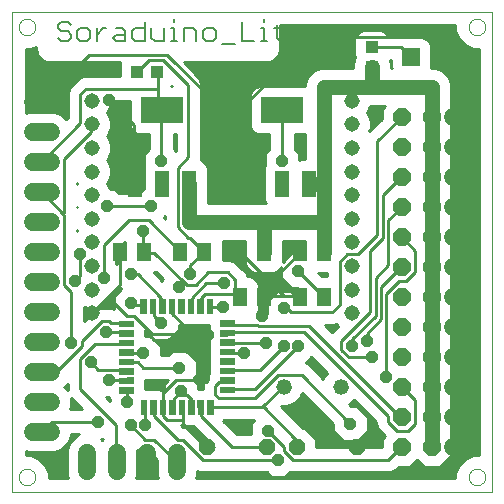
<source format=gtl>
G75*
G70*
%OFA0B0*%
%FSLAX24Y24*%
%IPPOS*%
%LPD*%
%AMOC8*
5,1,8,0,0,1.08239X$1,22.5*
%
%ADD10C,0.0000*%
%ADD11C,0.0060*%
%ADD12R,0.0500X0.0220*%
%ADD13R,0.0220X0.0500*%
%ADD14C,0.0520*%
%ADD15OC8,0.0520*%
%ADD16C,0.0515*%
%ADD17R,0.0480X0.0880*%
%ADD18R,0.1417X0.0866*%
%ADD19R,0.0512X0.0630*%
%ADD20C,0.0600*%
%ADD21R,0.0394X0.0433*%
%ADD22R,0.0433X0.0394*%
%ADD23R,0.0591X0.0591*%
%ADD24OC8,0.0600*%
%ADD25C,0.0100*%
%ADD26OC8,0.0400*%
%ADD27C,0.0500*%
D10*
X000417Y000150D02*
X000417Y016150D01*
X016417Y016150D01*
X016417Y000150D01*
X000417Y000150D01*
X000641Y000650D02*
X000643Y000683D01*
X000649Y000715D01*
X000658Y000746D01*
X000671Y000776D01*
X000688Y000804D01*
X000708Y000830D01*
X000731Y000854D01*
X000756Y000874D01*
X000784Y000892D01*
X000813Y000906D01*
X000844Y000916D01*
X000876Y000923D01*
X000909Y000926D01*
X000942Y000925D01*
X000974Y000920D01*
X001005Y000911D01*
X001036Y000899D01*
X001064Y000883D01*
X001091Y000864D01*
X001115Y000842D01*
X001136Y000817D01*
X001155Y000790D01*
X001170Y000761D01*
X001181Y000731D01*
X001189Y000699D01*
X001193Y000666D01*
X001193Y000634D01*
X001189Y000601D01*
X001181Y000569D01*
X001170Y000539D01*
X001155Y000510D01*
X001136Y000483D01*
X001115Y000458D01*
X001091Y000436D01*
X001064Y000417D01*
X001036Y000401D01*
X001005Y000389D01*
X000974Y000380D01*
X000942Y000375D01*
X000909Y000374D01*
X000876Y000377D01*
X000844Y000384D01*
X000813Y000394D01*
X000784Y000408D01*
X000756Y000426D01*
X000731Y000446D01*
X000708Y000470D01*
X000688Y000496D01*
X000671Y000524D01*
X000658Y000554D01*
X000649Y000585D01*
X000643Y000617D01*
X000641Y000650D01*
X015641Y000650D02*
X015643Y000683D01*
X015649Y000715D01*
X015658Y000746D01*
X015671Y000776D01*
X015688Y000804D01*
X015708Y000830D01*
X015731Y000854D01*
X015756Y000874D01*
X015784Y000892D01*
X015813Y000906D01*
X015844Y000916D01*
X015876Y000923D01*
X015909Y000926D01*
X015942Y000925D01*
X015974Y000920D01*
X016005Y000911D01*
X016036Y000899D01*
X016064Y000883D01*
X016091Y000864D01*
X016115Y000842D01*
X016136Y000817D01*
X016155Y000790D01*
X016170Y000761D01*
X016181Y000731D01*
X016189Y000699D01*
X016193Y000666D01*
X016193Y000634D01*
X016189Y000601D01*
X016181Y000569D01*
X016170Y000539D01*
X016155Y000510D01*
X016136Y000483D01*
X016115Y000458D01*
X016091Y000436D01*
X016064Y000417D01*
X016036Y000401D01*
X016005Y000389D01*
X015974Y000380D01*
X015942Y000375D01*
X015909Y000374D01*
X015876Y000377D01*
X015844Y000384D01*
X015813Y000394D01*
X015784Y000408D01*
X015756Y000426D01*
X015731Y000446D01*
X015708Y000470D01*
X015688Y000496D01*
X015671Y000524D01*
X015658Y000554D01*
X015649Y000585D01*
X015643Y000617D01*
X015641Y000650D01*
X015641Y015650D02*
X015643Y015683D01*
X015649Y015715D01*
X015658Y015746D01*
X015671Y015776D01*
X015688Y015804D01*
X015708Y015830D01*
X015731Y015854D01*
X015756Y015874D01*
X015784Y015892D01*
X015813Y015906D01*
X015844Y015916D01*
X015876Y015923D01*
X015909Y015926D01*
X015942Y015925D01*
X015974Y015920D01*
X016005Y015911D01*
X016036Y015899D01*
X016064Y015883D01*
X016091Y015864D01*
X016115Y015842D01*
X016136Y015817D01*
X016155Y015790D01*
X016170Y015761D01*
X016181Y015731D01*
X016189Y015699D01*
X016193Y015666D01*
X016193Y015634D01*
X016189Y015601D01*
X016181Y015569D01*
X016170Y015539D01*
X016155Y015510D01*
X016136Y015483D01*
X016115Y015458D01*
X016091Y015436D01*
X016064Y015417D01*
X016036Y015401D01*
X016005Y015389D01*
X015974Y015380D01*
X015942Y015375D01*
X015909Y015374D01*
X015876Y015377D01*
X015844Y015384D01*
X015813Y015394D01*
X015784Y015408D01*
X015756Y015426D01*
X015731Y015446D01*
X015708Y015470D01*
X015688Y015496D01*
X015671Y015524D01*
X015658Y015554D01*
X015649Y015585D01*
X015643Y015617D01*
X015641Y015650D01*
X000641Y015650D02*
X000643Y015683D01*
X000649Y015715D01*
X000658Y015746D01*
X000671Y015776D01*
X000688Y015804D01*
X000708Y015830D01*
X000731Y015854D01*
X000756Y015874D01*
X000784Y015892D01*
X000813Y015906D01*
X000844Y015916D01*
X000876Y015923D01*
X000909Y015926D01*
X000942Y015925D01*
X000974Y015920D01*
X001005Y015911D01*
X001036Y015899D01*
X001064Y015883D01*
X001091Y015864D01*
X001115Y015842D01*
X001136Y015817D01*
X001155Y015790D01*
X001170Y015761D01*
X001181Y015731D01*
X001189Y015699D01*
X001193Y015666D01*
X001193Y015634D01*
X001189Y015601D01*
X001181Y015569D01*
X001170Y015539D01*
X001155Y015510D01*
X001136Y015483D01*
X001115Y015458D01*
X001091Y015436D01*
X001064Y015417D01*
X001036Y015401D01*
X001005Y015389D01*
X000974Y015380D01*
X000942Y015375D01*
X000909Y015374D01*
X000876Y015377D01*
X000844Y015384D01*
X000813Y015394D01*
X000784Y015408D01*
X000756Y015426D01*
X000731Y015446D01*
X000708Y015470D01*
X000688Y015496D01*
X000671Y015524D01*
X000658Y015554D01*
X000649Y015585D01*
X000643Y015617D01*
X000641Y015650D01*
D11*
X001947Y015607D02*
X002053Y015500D01*
X002267Y015500D01*
X002374Y015394D01*
X002374Y015287D01*
X002267Y015180D01*
X002053Y015180D01*
X001947Y015287D01*
X001947Y015607D02*
X001947Y015714D01*
X002053Y015821D01*
X002267Y015821D01*
X002374Y015714D01*
X002591Y015500D02*
X002591Y015287D01*
X002698Y015180D01*
X002911Y015180D01*
X003018Y015287D01*
X003018Y015500D01*
X002911Y015607D01*
X002698Y015607D01*
X002591Y015500D01*
X003236Y015394D02*
X003449Y015607D01*
X003556Y015607D01*
X003236Y015607D02*
X003236Y015180D01*
X003773Y015287D02*
X003880Y015394D01*
X004200Y015394D01*
X004200Y015500D02*
X004200Y015180D01*
X003880Y015180D01*
X003773Y015287D01*
X003880Y015607D02*
X004093Y015607D01*
X004200Y015500D01*
X004417Y015500D02*
X004417Y015287D01*
X004524Y015180D01*
X004844Y015180D01*
X004844Y015821D01*
X004844Y015607D02*
X004524Y015607D01*
X004417Y015500D01*
X005062Y015607D02*
X005062Y015287D01*
X005169Y015180D01*
X005489Y015180D01*
X005489Y015607D01*
X005707Y015607D02*
X005813Y015607D01*
X005813Y015180D01*
X005707Y015180D02*
X005920Y015180D01*
X006136Y015180D02*
X006136Y015607D01*
X006457Y015607D01*
X006563Y015500D01*
X006563Y015180D01*
X006781Y015287D02*
X006781Y015500D01*
X006888Y015607D01*
X007101Y015607D01*
X007208Y015500D01*
X007208Y015287D01*
X007101Y015180D01*
X006888Y015180D01*
X006781Y015287D01*
X007425Y015073D02*
X007852Y015073D01*
X008070Y015180D02*
X008497Y015180D01*
X008714Y015180D02*
X008928Y015180D01*
X008821Y015180D02*
X008821Y015607D01*
X008714Y015607D01*
X008821Y015821D02*
X008821Y015927D01*
X009144Y015607D02*
X009358Y015607D01*
X009251Y015714D02*
X009251Y015287D01*
X009358Y015180D01*
X009574Y015287D02*
X009574Y015500D01*
X009681Y015607D01*
X009894Y015607D01*
X010001Y015500D01*
X010001Y015394D01*
X009574Y015394D01*
X009574Y015287D02*
X009681Y015180D01*
X009894Y015180D01*
X008070Y015180D02*
X008070Y015821D01*
X005813Y015821D02*
X005813Y015927D01*
D12*
G36*
X005862Y006589D02*
X005863Y006090D01*
X005644Y006089D01*
X005643Y006588D01*
X005862Y006589D01*
G37*
G36*
X006177Y006591D02*
X006178Y006092D01*
X005959Y006091D01*
X005958Y006590D01*
X006177Y006591D01*
G37*
G36*
X006492Y006592D02*
X006493Y006093D01*
X006274Y006092D01*
X006273Y006591D01*
X006492Y006592D01*
G37*
G36*
X006807Y006593D02*
X006808Y006094D01*
X006589Y006093D01*
X006588Y006592D01*
X006807Y006593D01*
G37*
G36*
X007122Y006594D02*
X007123Y006095D01*
X006904Y006094D01*
X006903Y006593D01*
X007122Y006594D01*
G37*
G36*
X005547Y006588D02*
X005548Y006089D01*
X005329Y006088D01*
X005328Y006587D01*
X005547Y006588D01*
G37*
G36*
X005232Y006587D02*
X005233Y006088D01*
X005014Y006087D01*
X005013Y006586D01*
X005232Y006587D01*
G37*
G36*
X004917Y006586D02*
X004918Y006087D01*
X004699Y006086D01*
X004698Y006585D01*
X004917Y006586D01*
G37*
G36*
X004929Y003206D02*
X004930Y002707D01*
X004711Y002706D01*
X004710Y003205D01*
X004929Y003206D01*
G37*
G36*
X005244Y003207D02*
X005245Y002708D01*
X005026Y002707D01*
X005025Y003206D01*
X005244Y003207D01*
G37*
G36*
X005559Y003208D02*
X005560Y002709D01*
X005341Y002708D01*
X005340Y003207D01*
X005559Y003208D01*
G37*
G36*
X005874Y003209D02*
X005875Y002710D01*
X005656Y002709D01*
X005655Y003208D01*
X005874Y003209D01*
G37*
G36*
X006189Y003211D02*
X006190Y002712D01*
X005971Y002711D01*
X005970Y003210D01*
X006189Y003211D01*
G37*
G36*
X006504Y003212D02*
X006505Y002713D01*
X006286Y002712D01*
X006285Y003211D01*
X006504Y003212D01*
G37*
G36*
X006819Y003213D02*
X006820Y002714D01*
X006601Y002713D01*
X006600Y003212D01*
X006819Y003213D01*
G37*
G36*
X007134Y003214D02*
X007135Y002715D01*
X006916Y002714D01*
X006915Y003213D01*
X007134Y003214D01*
G37*
D13*
G36*
X007860Y003664D02*
X007861Y003445D01*
X007362Y003444D01*
X007361Y003663D01*
X007860Y003664D01*
G37*
G36*
X007858Y003979D02*
X007859Y003760D01*
X007360Y003759D01*
X007359Y003978D01*
X007858Y003979D01*
G37*
G36*
X007857Y004293D02*
X007858Y004074D01*
X007359Y004073D01*
X007358Y004292D01*
X007857Y004293D01*
G37*
G36*
X007856Y004608D02*
X007857Y004389D01*
X007358Y004388D01*
X007357Y004607D01*
X007856Y004608D01*
G37*
G36*
X007855Y004923D02*
X007856Y004704D01*
X007357Y004703D01*
X007356Y004922D01*
X007855Y004923D01*
G37*
G36*
X007854Y005238D02*
X007855Y005019D01*
X007356Y005018D01*
X007355Y005237D01*
X007854Y005238D01*
G37*
G36*
X007853Y005553D02*
X007854Y005334D01*
X007355Y005333D01*
X007354Y005552D01*
X007853Y005553D01*
G37*
G36*
X007852Y005868D02*
X007853Y005649D01*
X007354Y005648D01*
X007353Y005867D01*
X007852Y005868D01*
G37*
G36*
X004472Y005856D02*
X004473Y005637D01*
X003974Y005636D01*
X003973Y005855D01*
X004472Y005856D01*
G37*
G36*
X004473Y005541D02*
X004474Y005322D01*
X003975Y005321D01*
X003974Y005540D01*
X004473Y005541D01*
G37*
G36*
X004474Y005227D02*
X004475Y005008D01*
X003976Y005007D01*
X003975Y005226D01*
X004474Y005227D01*
G37*
G36*
X004475Y004912D02*
X004476Y004693D01*
X003977Y004692D01*
X003976Y004911D01*
X004475Y004912D01*
G37*
G36*
X004476Y004597D02*
X004477Y004378D01*
X003978Y004377D01*
X003977Y004596D01*
X004476Y004597D01*
G37*
G36*
X004477Y004282D02*
X004478Y004063D01*
X003979Y004062D01*
X003978Y004281D01*
X004477Y004282D01*
G37*
G36*
X004478Y003967D02*
X004479Y003748D01*
X003980Y003747D01*
X003979Y003966D01*
X004478Y003967D01*
G37*
G36*
X004480Y003652D02*
X004481Y003433D01*
X003982Y003432D01*
X003981Y003651D01*
X004480Y003652D01*
G37*
D14*
X009467Y003650D03*
X011367Y003650D03*
D15*
X011917Y001650D03*
X009917Y001650D03*
X008917Y001650D03*
X006917Y001650D03*
D16*
X003086Y006107D03*
X003086Y006894D03*
X003086Y007681D03*
X003086Y008469D03*
X003086Y009256D03*
X003086Y010044D03*
X003086Y010831D03*
X003086Y011619D03*
X003086Y012406D03*
X003086Y013193D03*
X011747Y013193D03*
X011747Y012406D03*
X011747Y011619D03*
X011747Y010831D03*
X011747Y010044D03*
X011747Y009256D03*
X011747Y008469D03*
X011747Y007681D03*
X011747Y006894D03*
X011747Y006107D03*
D17*
X010327Y010430D03*
X009417Y010430D03*
X008507Y010430D03*
X006327Y010430D03*
X005417Y010430D03*
X004507Y010430D03*
D18*
X005417Y012870D03*
X009417Y012870D03*
D19*
X010023Y008150D03*
X010810Y008150D03*
X010810Y006650D03*
X010023Y006650D03*
X008810Y006650D03*
X008023Y006650D03*
X008023Y008150D03*
X008810Y008150D03*
X006810Y008150D03*
X006023Y008150D03*
X004810Y008150D03*
X004023Y008150D03*
D20*
X001717Y008150D02*
X001117Y008150D01*
X001117Y009150D02*
X001717Y009150D01*
X001717Y010150D02*
X001117Y010150D01*
X001117Y011150D02*
X001717Y011150D01*
X001717Y012150D02*
X001117Y012150D01*
X001117Y013150D02*
X001717Y013150D01*
X001717Y007150D02*
X001117Y007150D01*
X001117Y006150D02*
X001717Y006150D01*
X001717Y005150D02*
X001117Y005150D01*
X001117Y004150D02*
X001717Y004150D01*
X001717Y003150D02*
X001117Y003150D01*
X001117Y002150D02*
X001717Y002150D01*
X002917Y001450D02*
X002917Y000850D01*
X003917Y000850D02*
X003917Y001450D01*
X004917Y001450D02*
X004917Y000850D01*
X005917Y000850D02*
X005917Y001450D01*
X015117Y001650D02*
X015717Y001650D01*
X015717Y002650D02*
X015117Y002650D01*
X015117Y003650D02*
X015717Y003650D01*
X015717Y004650D02*
X015117Y004650D01*
X015117Y005650D02*
X015717Y005650D01*
X015717Y006650D02*
X015117Y006650D01*
X015117Y007650D02*
X015717Y007650D01*
X015717Y008650D02*
X015117Y008650D01*
X015117Y009650D02*
X015717Y009650D01*
X015717Y010650D02*
X015117Y010650D01*
X015117Y011650D02*
X015717Y011650D01*
X015717Y012650D02*
X015117Y012650D01*
D21*
X005251Y014150D03*
X004582Y014150D03*
D22*
X012417Y014315D03*
X012417Y014985D03*
D23*
X013728Y014650D03*
X015106Y014650D03*
D24*
X014417Y012650D03*
X014417Y011650D03*
X014417Y010650D03*
X014417Y009650D03*
X014417Y008650D03*
X013417Y008650D03*
X013417Y009650D03*
X013417Y010650D03*
X013417Y011650D03*
X013417Y012650D03*
X013417Y007650D03*
X014417Y007650D03*
X014417Y006650D03*
X014417Y005650D03*
X014417Y004650D03*
X014417Y003650D03*
X014417Y002650D03*
X014417Y001650D03*
X013417Y001650D03*
X013417Y002650D03*
X013417Y003650D03*
X013417Y004650D03*
X013417Y005650D03*
X013417Y006650D03*
D25*
X013317Y007170D02*
X013557Y007170D01*
X013857Y007470D01*
X013857Y008190D01*
X013437Y008610D01*
X013417Y008650D01*
X012957Y009210D02*
X013377Y009630D01*
X013417Y009650D01*
X012957Y009210D02*
X012957Y007710D01*
X012537Y007290D01*
X012537Y006030D01*
X011757Y005250D01*
X011757Y005010D01*
X011397Y004890D02*
X011637Y004650D01*
X012417Y004650D01*
X012237Y005190D02*
X012237Y005430D01*
X012717Y005910D01*
X012717Y006990D01*
X013377Y007650D01*
X013417Y007650D01*
X013317Y007170D02*
X012897Y006750D01*
X012897Y003990D01*
X013417Y003650D02*
X013857Y003210D01*
X013857Y002430D01*
X013617Y002190D01*
X013257Y002190D01*
X012957Y002490D01*
X012957Y002670D01*
X010137Y005490D01*
X007617Y005490D01*
X007604Y005443D01*
X007617Y005730D02*
X007603Y005758D01*
X007617Y005730D02*
X008577Y005730D01*
X008637Y005670D01*
X010317Y005670D01*
X013377Y002610D01*
X013417Y002650D01*
X012831Y002022D02*
X012094Y002022D01*
X012193Y002120D02*
X012733Y002120D01*
X012634Y002219D02*
X012267Y002219D01*
X012267Y002194D02*
X012267Y002666D01*
X011933Y003000D01*
X011721Y003000D01*
X011640Y003081D01*
X011724Y003116D01*
X011820Y003213D01*
X012537Y002496D01*
X012537Y002406D01*
X012601Y002252D01*
X012836Y002017D01*
X012747Y001928D01*
X012747Y001650D01*
X010547Y001650D01*
X010547Y001911D01*
X010178Y002280D01*
X010101Y002280D01*
X009381Y003000D01*
X009401Y003020D01*
X009592Y003020D01*
X009824Y003116D01*
X010001Y003293D01*
X010071Y003462D01*
X011127Y002406D01*
X011127Y002194D01*
X011461Y001860D01*
X011933Y001860D01*
X012267Y002194D01*
X012267Y002317D02*
X012574Y002317D01*
X012537Y002416D02*
X012267Y002416D01*
X012267Y002514D02*
X012519Y002514D01*
X012420Y002613D02*
X012267Y002613D01*
X012222Y002711D02*
X012322Y002711D01*
X012223Y002810D02*
X012123Y002810D01*
X012125Y002908D02*
X012025Y002908D01*
X012026Y003007D02*
X011714Y003007D01*
X011697Y003105D02*
X011928Y003105D01*
X011829Y003204D02*
X011811Y003204D01*
X011697Y002430D02*
X010077Y004050D01*
X009297Y004050D01*
X008517Y003270D01*
X007317Y003270D01*
X007197Y003390D01*
X007197Y003690D01*
X007317Y003810D01*
X007557Y003810D01*
X007609Y003869D01*
X007617Y003570D02*
X007611Y003554D01*
X007617Y003570D02*
X008517Y003570D01*
X009957Y005010D01*
X010335Y004583D02*
X010450Y004583D01*
X010393Y004640D02*
X010929Y004103D01*
X010833Y004007D01*
X010798Y003923D01*
X010315Y004406D01*
X010204Y004452D01*
X010393Y004640D01*
X010237Y004484D02*
X010549Y004484D01*
X010647Y004386D02*
X010335Y004386D01*
X010434Y004287D02*
X010746Y004287D01*
X010844Y004189D02*
X010532Y004189D01*
X010631Y004090D02*
X010916Y004090D01*
X010826Y003992D02*
X010729Y003992D01*
X010132Y003401D02*
X010045Y003401D01*
X010004Y003302D02*
X010231Y003302D01*
X010329Y003204D02*
X009911Y003204D01*
X009797Y003105D02*
X010428Y003105D01*
X010526Y003007D02*
X009387Y003007D01*
X009473Y002908D02*
X010625Y002908D01*
X010723Y002810D02*
X009571Y002810D01*
X009670Y002711D02*
X010822Y002711D01*
X010920Y002613D02*
X009768Y002613D01*
X009867Y002514D02*
X011019Y002514D01*
X011117Y002416D02*
X009965Y002416D01*
X010064Y002317D02*
X011127Y002317D01*
X011127Y002219D02*
X010239Y002219D01*
X010338Y002120D02*
X011201Y002120D01*
X011299Y002022D02*
X010436Y002022D01*
X010535Y001923D02*
X011398Y001923D01*
X011996Y001923D02*
X012747Y001923D01*
X012747Y001825D02*
X010547Y001825D01*
X010547Y001726D02*
X012747Y001726D01*
X012957Y001230D02*
X013377Y001650D01*
X013417Y001650D01*
X012957Y001230D02*
X009777Y001230D01*
X009477Y001530D01*
X009477Y001650D01*
X008937Y002190D01*
X008491Y002550D02*
X008367Y002426D01*
X008367Y002070D01*
X007911Y002070D01*
X007457Y002523D01*
X007468Y002550D01*
X008491Y002550D01*
X008455Y002514D02*
X007467Y002514D01*
X007565Y002416D02*
X008367Y002416D01*
X008367Y002317D02*
X007664Y002317D01*
X007762Y002219D02*
X008367Y002219D01*
X008367Y002120D02*
X007861Y002120D01*
X007737Y001650D02*
X008917Y001650D01*
X009297Y001230D02*
X006777Y001230D01*
X006117Y001890D01*
X005937Y001890D01*
X005157Y002670D01*
X005157Y002910D01*
X005135Y002957D01*
X004857Y002910D02*
X004820Y002956D01*
X004857Y002910D02*
X004857Y002370D01*
X004857Y001890D02*
X005157Y001890D01*
X005877Y001170D01*
X005917Y001150D01*
X005247Y001135D02*
X004587Y001135D01*
X004587Y001037D02*
X005247Y001037D01*
X005247Y000938D02*
X004587Y000938D01*
X004587Y000840D02*
X005247Y000840D01*
X005247Y000741D02*
X004587Y000741D01*
X004587Y000717D02*
X004587Y001566D01*
X004619Y001534D01*
X004773Y001470D01*
X004983Y001470D01*
X005247Y001206D01*
X005247Y000717D01*
X005295Y000600D01*
X004538Y000600D01*
X004587Y000717D01*
X004556Y000643D02*
X005277Y000643D01*
X005219Y001234D02*
X004587Y001234D01*
X004587Y001332D02*
X005121Y001332D01*
X005022Y001431D02*
X004587Y001431D01*
X004587Y001529D02*
X004631Y001529D01*
X004857Y001890D02*
X004377Y002370D01*
X003897Y002370D02*
X003897Y001170D01*
X003917Y001150D01*
X003417Y001898D02*
X003439Y001920D01*
X003394Y001920D01*
X003417Y001898D01*
X003897Y002370D02*
X002697Y003570D01*
X002697Y004590D01*
X003177Y005070D01*
X004197Y005070D01*
X004225Y005117D01*
X004224Y005431D02*
X004197Y005490D01*
X003537Y005490D01*
X003717Y005790D02*
X003657Y005850D01*
X003417Y005850D01*
X002757Y005190D01*
X002757Y005010D01*
X001917Y004170D01*
X001437Y004170D01*
X001417Y004150D01*
X002164Y003650D02*
X002277Y003538D01*
X002277Y003762D01*
X002164Y003650D01*
X002210Y003696D02*
X002277Y003696D01*
X002277Y003598D02*
X002217Y003598D01*
X002385Y003288D02*
X002763Y002910D01*
X002342Y002910D01*
X002387Y003017D01*
X002387Y003283D01*
X002385Y003288D01*
X002387Y003204D02*
X002469Y003204D01*
X002387Y003105D02*
X002568Y003105D01*
X002666Y003007D02*
X002382Y003007D01*
X001737Y002490D02*
X001437Y002190D01*
X001417Y002150D01*
X001737Y002490D02*
X003297Y002490D01*
X002663Y002070D02*
X002537Y002018D01*
X002349Y001830D01*
X002247Y001583D01*
X002247Y000717D01*
X002295Y000600D01*
X001642Y000600D01*
X001642Y000794D01*
X001532Y001061D01*
X001328Y001265D01*
X001061Y001376D01*
X000867Y001376D01*
X000867Y001528D01*
X000983Y001480D01*
X001850Y001480D01*
X002096Y001582D01*
X002285Y001770D01*
X002387Y002017D01*
X002387Y002070D01*
X002663Y002070D01*
X002546Y002022D02*
X002387Y002022D01*
X002348Y001923D02*
X002442Y001923D01*
X002347Y001825D02*
X002307Y001825D01*
X002306Y001726D02*
X002240Y001726D01*
X002265Y001628D02*
X002142Y001628D01*
X002247Y001529D02*
X001968Y001529D01*
X002247Y001431D02*
X000867Y001431D01*
X001166Y001332D02*
X002247Y001332D01*
X002247Y001234D02*
X001359Y001234D01*
X001458Y001135D02*
X002247Y001135D01*
X002247Y001037D02*
X001542Y001037D01*
X001583Y000938D02*
X002247Y000938D01*
X002247Y000840D02*
X001624Y000840D01*
X001642Y000741D02*
X002247Y000741D01*
X002277Y000643D02*
X001642Y000643D01*
X003687Y003174D02*
X003561Y003300D01*
X003635Y003300D01*
X003668Y003220D01*
X003687Y003202D01*
X003687Y003174D01*
X003685Y003204D02*
X003657Y003204D01*
X004257Y003150D02*
X004257Y003510D01*
X004231Y003542D01*
X004229Y003857D02*
X004197Y003870D01*
X003657Y003870D01*
X003297Y004230D02*
X003057Y004470D01*
X003297Y004230D02*
X004197Y004230D01*
X004228Y004172D01*
X004257Y004470D02*
X004227Y004487D01*
X004257Y004470D02*
X004617Y004470D01*
X004797Y004290D01*
X005997Y004290D01*
X005611Y004710D02*
X005367Y004710D01*
X005367Y005006D01*
X005033Y005340D01*
X004844Y005340D01*
X004844Y005537D01*
X005161Y005220D01*
X005633Y005220D01*
X005967Y005554D01*
X005967Y005720D01*
X006254Y005721D01*
X006517Y005722D01*
X006884Y005723D01*
X006983Y005724D01*
X006983Y005625D01*
X006985Y005258D01*
X006985Y004995D01*
X006987Y004628D01*
X006988Y004313D01*
X006989Y004076D01*
X006959Y004046D01*
X006959Y004046D01*
X006841Y003928D01*
X006777Y003774D01*
X006777Y003583D01*
X006638Y003583D01*
X006627Y003594D01*
X006627Y003746D01*
X006443Y003930D01*
X006567Y004054D01*
X006567Y004526D01*
X006233Y004860D01*
X005761Y004860D01*
X005611Y004710D01*
X005680Y004780D02*
X005367Y004780D01*
X005367Y004878D02*
X006986Y004878D01*
X006986Y004780D02*
X006313Y004780D01*
X006412Y004681D02*
X006987Y004681D01*
X006987Y004628D02*
X006987Y004628D01*
X006987Y004583D02*
X006510Y004583D01*
X006567Y004484D02*
X006987Y004484D01*
X006988Y004386D02*
X006567Y004386D01*
X006567Y004287D02*
X006988Y004287D01*
X006988Y004313D02*
X006988Y004313D01*
X006988Y004189D02*
X006567Y004189D01*
X006567Y004090D02*
X006989Y004090D01*
X006904Y003992D02*
X006504Y003992D01*
X006480Y003893D02*
X006826Y003893D01*
X006785Y003795D02*
X006578Y003795D01*
X006597Y003810D02*
X006897Y003810D01*
X006957Y003870D01*
X006957Y005370D01*
X006897Y005490D01*
X006597Y005490D01*
X006537Y005430D01*
X005097Y005430D01*
X004497Y006030D01*
X004257Y006030D01*
X003627Y006660D01*
X004017Y007050D01*
X004017Y008130D01*
X004023Y008150D01*
X003928Y008227D02*
X004184Y008227D01*
X004184Y008129D02*
X003897Y008129D01*
X003897Y008196D02*
X003897Y007736D01*
X004141Y007980D01*
X004184Y007980D01*
X004184Y008484D01*
X003897Y008196D01*
X003897Y008030D02*
X004184Y008030D01*
X004092Y007932D02*
X003897Y007932D01*
X003897Y007833D02*
X003994Y007833D01*
X004026Y008326D02*
X004184Y008326D01*
X004184Y008424D02*
X004125Y008424D01*
X003477Y008370D02*
X003477Y007290D01*
X003841Y006848D02*
X003969Y006848D01*
X003939Y006947D02*
X004034Y006947D01*
X004051Y006930D02*
X003987Y006994D01*
X003713Y006720D01*
X003693Y006720D01*
X003618Y006539D01*
X003441Y006362D01*
X003211Y006267D01*
X002961Y006267D01*
X002817Y006326D01*
X002817Y005844D01*
X003179Y006206D01*
X003333Y006270D01*
X003740Y006270D01*
X003807Y006242D01*
X003807Y006686D01*
X004051Y006930D01*
X003870Y006750D02*
X003742Y006750D01*
X003807Y006651D02*
X003664Y006651D01*
X003627Y006660D02*
X003117Y006150D01*
X003086Y006107D01*
X003131Y006159D02*
X002817Y006159D01*
X002817Y006257D02*
X003302Y006257D01*
X003425Y006356D02*
X003807Y006356D01*
X003807Y006454D02*
X003533Y006454D01*
X003624Y006553D02*
X003807Y006553D01*
X003807Y006257D02*
X003772Y006257D01*
X003717Y005790D02*
X004197Y005790D01*
X004223Y005746D01*
X004844Y005469D02*
X004912Y005469D01*
X004844Y005371D02*
X005010Y005371D01*
X005101Y005272D02*
X005109Y005272D01*
X005199Y005174D02*
X006985Y005174D01*
X006985Y005258D02*
X006985Y005258D01*
X006985Y005272D02*
X005685Y005272D01*
X005783Y005371D02*
X006984Y005371D01*
X006957Y005370D02*
X006957Y005490D01*
X006837Y005610D01*
X006237Y005610D01*
X005757Y006090D01*
X005757Y006330D01*
X005753Y006339D01*
X005438Y006338D02*
X005397Y006390D01*
X005397Y006630D01*
X004617Y007410D01*
X004377Y007410D01*
X004810Y008150D02*
X004857Y008130D01*
X005157Y008130D01*
X006147Y007140D01*
X005997Y006990D01*
X006147Y007140D02*
X006237Y007050D01*
X006537Y007050D01*
X006957Y007470D01*
X007617Y007470D01*
X007857Y007230D01*
X007857Y006750D01*
X008023Y006650D01*
X007977Y006690D01*
X007917Y006750D01*
X007857Y006750D01*
X006837Y006750D01*
X006717Y006630D01*
X006717Y006390D01*
X006698Y006343D01*
X006417Y006390D02*
X006383Y006342D01*
X006417Y006390D02*
X006417Y006630D01*
X006897Y007110D01*
X007497Y007110D01*
X008045Y007636D02*
X008236Y007636D01*
X008241Y007625D02*
X008345Y007521D01*
X008481Y007465D01*
X009140Y007465D01*
X009276Y007521D01*
X009380Y007625D01*
X009387Y007642D01*
X009387Y007294D01*
X009721Y006960D01*
X009933Y006960D01*
X010184Y006708D01*
X010184Y006570D01*
X009983Y006570D01*
X009713Y006840D01*
X009241Y006840D01*
X008907Y006506D01*
X008907Y006090D01*
X008805Y006090D01*
X008660Y006150D01*
X008603Y006150D01*
X008649Y006261D01*
X008649Y007039D01*
X008593Y007175D01*
X008488Y007279D01*
X008352Y007335D01*
X008268Y007335D01*
X008213Y007468D01*
X008095Y007586D01*
X007855Y007826D01*
X007700Y007890D01*
X007436Y007890D01*
X007436Y008530D01*
X008184Y008530D01*
X008184Y007761D01*
X008241Y007625D01*
X008196Y007735D02*
X007946Y007735D01*
X007838Y007833D02*
X008184Y007833D01*
X008184Y007932D02*
X007436Y007932D01*
X007436Y008030D02*
X008184Y008030D01*
X008184Y008129D02*
X007436Y008129D01*
X007436Y008227D02*
X008184Y008227D01*
X008184Y008326D02*
X007436Y008326D01*
X007436Y008424D02*
X008184Y008424D01*
X008184Y008523D02*
X007436Y008523D01*
X008023Y008150D02*
X008037Y008130D01*
X009027Y007140D01*
X010017Y008130D01*
X010023Y008150D01*
X010184Y008129D02*
X009436Y008129D01*
X009436Y008227D02*
X010184Y008227D01*
X010184Y008326D02*
X009436Y008326D01*
X009436Y008424D02*
X010184Y008424D01*
X010184Y008523D02*
X009436Y008523D01*
X009436Y008530D02*
X010184Y008530D01*
X010184Y008100D01*
X009721Y008100D01*
X009436Y007816D01*
X009436Y008530D01*
X009436Y008030D02*
X009651Y008030D01*
X009552Y007932D02*
X009436Y007932D01*
X009436Y007833D02*
X009454Y007833D01*
X009387Y007636D02*
X009384Y007636D01*
X009387Y007538D02*
X009292Y007538D01*
X009387Y007439D02*
X008225Y007439D01*
X008265Y007341D02*
X009387Y007341D01*
X009439Y007242D02*
X008525Y007242D01*
X008605Y007144D02*
X009537Y007144D01*
X009636Y007045D02*
X008646Y007045D01*
X008649Y006947D02*
X009946Y006947D01*
X010045Y006848D02*
X008649Y006848D01*
X008649Y006750D02*
X009150Y006750D01*
X009052Y006651D02*
X008649Y006651D01*
X008649Y006553D02*
X008953Y006553D01*
X008907Y006454D02*
X008649Y006454D01*
X008649Y006356D02*
X008907Y006356D01*
X008907Y006257D02*
X008647Y006257D01*
X008606Y006159D02*
X008907Y006159D01*
X008757Y006030D02*
X008757Y006630D01*
X008810Y006650D01*
X008817Y006690D01*
X009477Y006690D01*
X009027Y007140D01*
X009477Y006690D02*
X010017Y006690D01*
X010023Y006650D01*
X009902Y006651D02*
X010184Y006651D01*
X010143Y006750D02*
X009803Y006750D01*
X009597Y006270D02*
X009717Y006150D01*
X011097Y006150D01*
X011337Y006390D01*
X011337Y007830D01*
X011577Y008070D01*
X011937Y008070D01*
X012597Y008730D01*
X012597Y011850D01*
X013377Y012630D01*
X013417Y012650D01*
X012849Y013030D02*
X012747Y012928D01*
X012747Y012594D01*
X012359Y012206D01*
X012359Y012206D01*
X012333Y012180D01*
X012375Y012281D01*
X012375Y012531D01*
X012279Y012761D01*
X012241Y012800D01*
X012279Y012838D01*
X012359Y013030D01*
X012849Y013030D01*
X012774Y012955D02*
X012328Y012955D01*
X012287Y012857D02*
X012747Y012857D01*
X012747Y012758D02*
X012281Y012758D01*
X012321Y012660D02*
X012747Y012660D01*
X012714Y012561D02*
X012362Y012561D01*
X012375Y012463D02*
X012615Y012463D01*
X012517Y012364D02*
X012375Y012364D01*
X012368Y012266D02*
X012418Y012266D01*
X013377Y010650D02*
X013417Y010650D01*
X013377Y010650D02*
X012777Y010050D01*
X012777Y008610D01*
X012357Y008190D01*
X012357Y006150D01*
X011397Y005190D01*
X011397Y004890D01*
X011097Y005484D02*
X010851Y005730D01*
X011013Y005730D01*
X011180Y005730D01*
X011220Y005747D01*
X011290Y005677D01*
X011097Y005484D01*
X011013Y005568D02*
X011180Y005568D01*
X011279Y005666D02*
X010915Y005666D01*
X010810Y006650D02*
X010797Y006690D01*
X009957Y007530D01*
X010616Y007465D02*
X010917Y007465D01*
X010917Y007335D01*
X010746Y007335D01*
X010616Y007465D01*
X010642Y007439D02*
X010917Y007439D01*
X010917Y007341D02*
X010740Y007341D01*
X009597Y006270D02*
X009477Y006270D01*
X008877Y005130D02*
X007617Y005130D01*
X007605Y005128D01*
X007606Y004813D02*
X007617Y004770D01*
X008157Y004770D01*
X008697Y004230D02*
X007617Y004230D01*
X007608Y004183D01*
X006777Y003696D02*
X006627Y003696D01*
X006627Y003598D02*
X006777Y003598D01*
X006597Y003810D02*
X006537Y003870D01*
X005877Y003870D01*
X005457Y003450D01*
X005457Y002970D01*
X005450Y002958D01*
X005457Y002910D01*
X005457Y002670D01*
X005577Y002550D01*
X006117Y002550D01*
X006117Y002910D01*
X006080Y002961D01*
X006395Y002962D02*
X006417Y002970D01*
X006417Y003210D01*
X006237Y003390D01*
X006057Y003390D01*
X006057Y003510D01*
X006057Y003390D02*
X005937Y003390D01*
X005817Y003270D01*
X005817Y002970D01*
X005765Y002959D01*
X006117Y002550D02*
X006117Y002430D01*
X006897Y001650D01*
X006917Y001650D01*
X006951Y001650D02*
X006355Y002246D01*
X006200Y002310D01*
X006111Y002310D01*
X006042Y002378D01*
X006082Y002395D01*
X006214Y002341D01*
X006451Y002342D01*
X007143Y001650D01*
X006951Y001650D01*
X006875Y001726D02*
X007067Y001726D01*
X006968Y001825D02*
X006776Y001825D01*
X006870Y001923D02*
X006678Y001923D01*
X006771Y002022D02*
X006579Y002022D01*
X006673Y002120D02*
X006481Y002120D01*
X006574Y002219D02*
X006382Y002219D01*
X006476Y002317D02*
X006104Y002317D01*
X006717Y002670D02*
X006717Y002910D01*
X006710Y002963D01*
X006717Y002670D02*
X007737Y001650D01*
X006693Y000810D02*
X008911Y000810D01*
X009061Y000660D01*
X009533Y000660D01*
X009686Y000813D01*
X009693Y000810D01*
X013040Y000810D01*
X013195Y000874D01*
X013301Y000980D01*
X013694Y000980D01*
X013917Y001202D01*
X014139Y000980D01*
X014694Y000980D01*
X015087Y001372D01*
X015087Y001928D01*
X015037Y001978D01*
X015037Y002322D01*
X015087Y002372D01*
X015087Y002928D01*
X015037Y002978D01*
X015037Y003322D01*
X015087Y003372D01*
X015087Y003928D01*
X015037Y003978D01*
X015037Y004322D01*
X015087Y004372D01*
X015087Y004928D01*
X015037Y004978D01*
X015037Y005322D01*
X015087Y005372D01*
X015087Y005928D01*
X015037Y005978D01*
X015037Y006322D01*
X015087Y006372D01*
X015087Y006928D01*
X015037Y006978D01*
X015037Y007322D01*
X015087Y007372D01*
X015087Y007928D01*
X015037Y007978D01*
X015037Y008322D01*
X015087Y008372D01*
X015087Y008928D01*
X015037Y008978D01*
X015037Y009322D01*
X015087Y009372D01*
X015087Y009928D01*
X015037Y009978D01*
X015037Y010322D01*
X015087Y010372D01*
X015087Y010928D01*
X015037Y010978D01*
X015037Y011322D01*
X015087Y011372D01*
X015087Y011928D01*
X015037Y011978D01*
X015037Y012322D01*
X015087Y012372D01*
X015087Y012928D01*
X015037Y012978D01*
X015037Y013773D01*
X014942Y014001D01*
X014768Y014176D01*
X014540Y014270D01*
X014388Y014270D01*
X014393Y014281D01*
X014393Y015019D01*
X014337Y015155D01*
X014233Y015259D01*
X014097Y015315D01*
X013625Y015315D01*
X013615Y015326D01*
X013460Y015390D01*
X012947Y015390D01*
X012947Y015391D01*
X012843Y015495D01*
X012707Y015551D01*
X012127Y015551D01*
X011991Y015495D01*
X011886Y015391D01*
X011830Y015255D01*
X011830Y014714D01*
X011857Y014650D01*
X011830Y014586D01*
X011830Y014519D01*
X011797Y014439D01*
X011797Y014270D01*
X010687Y014270D01*
X010459Y014176D01*
X010285Y014001D01*
X010190Y013773D01*
X010190Y013673D01*
X008634Y013673D01*
X008498Y013617D01*
X008394Y013513D01*
X008338Y013377D01*
X008338Y012363D01*
X008394Y012227D01*
X008498Y012123D01*
X008634Y012067D01*
X008997Y012067D01*
X008997Y011576D01*
X008847Y011426D01*
X008847Y011040D01*
X008807Y010944D01*
X008807Y009916D01*
X008863Y009780D01*
X008873Y009770D01*
X006947Y009770D01*
X006947Y010553D01*
X006937Y010577D01*
X006937Y010944D01*
X006880Y011080D01*
X006776Y011184D01*
X006710Y011211D01*
X006717Y011226D01*
X006717Y013794D01*
X006653Y013948D01*
X006535Y014066D01*
X006134Y014467D01*
X008904Y014467D01*
X008940Y014469D01*
X008974Y014475D01*
X009009Y014483D01*
X009042Y014494D01*
X009075Y014508D01*
X009107Y014524D01*
X009137Y014542D01*
X009165Y014563D01*
X009192Y014586D01*
X009217Y014611D01*
X009240Y014638D01*
X009261Y014666D01*
X009279Y014697D01*
X009296Y014728D01*
X009309Y014761D01*
X009320Y014794D01*
X009328Y014829D01*
X009334Y014864D01*
X009337Y014899D01*
X009337Y015700D01*
X015191Y015700D01*
X015191Y015506D01*
X015302Y015239D01*
X015506Y015035D01*
X015772Y014924D01*
X015967Y014924D01*
X015967Y001376D01*
X015772Y001376D01*
X015506Y001265D01*
X015302Y001061D01*
X015191Y000794D01*
X015191Y000600D01*
X006538Y000600D01*
X006587Y000717D01*
X006587Y000854D01*
X006693Y000810D01*
X006622Y000840D02*
X006587Y000840D01*
X006587Y000741D02*
X008980Y000741D01*
X009614Y000741D02*
X015191Y000741D01*
X015191Y000643D02*
X006556Y000643D01*
X007025Y002964D02*
X007077Y002970D01*
X008757Y002970D01*
X008787Y003000D01*
X009897Y001890D01*
X009897Y001650D01*
X009917Y001650D01*
X008787Y003000D02*
X009417Y003630D01*
X009467Y003650D01*
X008697Y004230D02*
X009477Y005010D01*
X007437Y006330D02*
X007017Y006330D01*
X007013Y006344D01*
X006517Y005722D02*
X006517Y005722D01*
X006983Y005666D02*
X005967Y005666D01*
X005967Y005568D02*
X006983Y005568D01*
X006983Y005625D02*
X006983Y005625D01*
X006984Y005469D02*
X005882Y005469D01*
X005397Y005790D02*
X005157Y006030D01*
X005157Y006330D01*
X005123Y006337D01*
X004808Y006336D02*
X004797Y006390D01*
X004437Y006390D01*
X004377Y006450D01*
X005280Y007341D02*
X005352Y007341D01*
X005379Y007242D02*
X005443Y007242D01*
X005447Y007246D02*
X005427Y007226D01*
X005427Y007194D01*
X005151Y007470D01*
X005202Y007491D01*
X005447Y007246D01*
X005254Y007439D02*
X005182Y007439D01*
X004810Y008150D02*
X004797Y008190D01*
X004797Y008850D01*
X004977Y009210D02*
X004317Y009210D01*
X003477Y008370D01*
X002697Y008070D02*
X002697Y007350D01*
X002517Y007170D01*
X002157Y007050D02*
X002397Y006810D01*
X002397Y005130D01*
X002817Y005863D02*
X002836Y005863D01*
X002817Y005962D02*
X002934Y005962D01*
X003033Y006060D02*
X002817Y006060D01*
X002157Y007050D02*
X002157Y009390D01*
X002127Y009420D01*
X002157Y009450D01*
X002157Y011250D01*
X003057Y012150D01*
X003057Y012390D01*
X003086Y012406D01*
X002697Y012450D02*
X002697Y013410D01*
X002877Y013590D01*
X005277Y013590D01*
X005277Y014130D01*
X005251Y014150D01*
X005457Y014550D02*
X004977Y014550D01*
X004617Y014190D01*
X004582Y014150D01*
X004015Y014137D02*
X000867Y014137D01*
X000867Y014039D02*
X004015Y014039D01*
X004015Y014010D02*
X002793Y014010D01*
X002639Y013946D01*
X002521Y013828D01*
X002341Y013648D01*
X002277Y013494D01*
X002277Y012624D01*
X002233Y012581D01*
X002096Y012718D01*
X001850Y012820D01*
X000983Y012820D01*
X000867Y012772D01*
X000867Y014924D01*
X001061Y014924D01*
X001233Y014996D01*
X001233Y014899D01*
X001236Y014864D01*
X001242Y014829D01*
X001250Y014794D01*
X001261Y014761D01*
X001274Y014728D01*
X001290Y014697D01*
X001309Y014666D01*
X001330Y014638D01*
X001353Y014611D01*
X001378Y014586D01*
X001405Y014563D01*
X001433Y014542D01*
X001463Y014524D01*
X001495Y014508D01*
X001527Y014494D01*
X001561Y014483D01*
X001595Y014475D01*
X001630Y014469D01*
X001666Y014467D01*
X004026Y014467D01*
X004015Y014440D01*
X004015Y014010D01*
X004015Y014236D02*
X000867Y014236D01*
X000867Y014334D02*
X004015Y014334D01*
X004015Y014433D02*
X000867Y014433D01*
X000867Y014531D02*
X001451Y014531D01*
X001337Y014630D02*
X000867Y014630D01*
X000867Y014728D02*
X001274Y014728D01*
X001242Y014827D02*
X000867Y014827D01*
X001063Y014925D02*
X001233Y014925D01*
X000867Y013940D02*
X002633Y013940D01*
X002534Y013842D02*
X000867Y013842D01*
X000867Y013743D02*
X002436Y013743D01*
X002339Y013645D02*
X000867Y013645D01*
X000867Y013546D02*
X002298Y013546D01*
X002277Y013448D02*
X000867Y013448D01*
X000867Y013349D02*
X002277Y013349D01*
X002277Y013251D02*
X000867Y013251D01*
X000867Y013152D02*
X002277Y013152D01*
X002277Y013054D02*
X000867Y013054D01*
X000867Y012955D02*
X002277Y012955D01*
X002277Y012857D02*
X000867Y012857D01*
X001417Y013150D02*
X002997Y014730D01*
X005577Y014730D01*
X007707Y012600D01*
X010437Y015330D01*
X014397Y015330D01*
X015057Y014670D01*
X015106Y014650D01*
X015117Y014610D01*
X015117Y012990D01*
X015417Y012690D01*
X015417Y012650D01*
X015417Y011650D01*
X015417Y010650D01*
X015417Y009650D01*
X015417Y008650D01*
X015417Y007650D01*
X015417Y006650D01*
X015417Y005650D01*
X015417Y004650D01*
X015087Y004681D02*
X015967Y004681D01*
X015967Y004583D02*
X015087Y004583D01*
X015087Y004484D02*
X015967Y004484D01*
X015967Y004386D02*
X015087Y004386D01*
X015037Y004287D02*
X015967Y004287D01*
X015967Y004189D02*
X015037Y004189D01*
X015037Y004090D02*
X015967Y004090D01*
X015967Y003992D02*
X015037Y003992D01*
X015087Y003893D02*
X015967Y003893D01*
X015967Y003795D02*
X015087Y003795D01*
X015087Y003696D02*
X015967Y003696D01*
X015967Y003598D02*
X015087Y003598D01*
X015087Y003499D02*
X015967Y003499D01*
X015967Y003401D02*
X015087Y003401D01*
X015037Y003302D02*
X015967Y003302D01*
X015967Y003204D02*
X015037Y003204D01*
X015037Y003105D02*
X015967Y003105D01*
X015967Y003007D02*
X015037Y003007D01*
X015087Y002908D02*
X015967Y002908D01*
X015967Y002810D02*
X015087Y002810D01*
X015087Y002711D02*
X015967Y002711D01*
X015967Y002613D02*
X015087Y002613D01*
X015087Y002514D02*
X015967Y002514D01*
X015967Y002416D02*
X015087Y002416D01*
X015037Y002317D02*
X015967Y002317D01*
X015967Y002219D02*
X015037Y002219D01*
X015037Y002120D02*
X015967Y002120D01*
X015967Y002022D02*
X015037Y002022D01*
X015087Y001923D02*
X015967Y001923D01*
X015967Y001825D02*
X015087Y001825D01*
X015087Y001726D02*
X015967Y001726D01*
X015967Y001628D02*
X015087Y001628D01*
X015087Y001529D02*
X015967Y001529D01*
X015967Y001431D02*
X015087Y001431D01*
X015046Y001332D02*
X015667Y001332D01*
X015474Y001234D02*
X014948Y001234D01*
X014849Y001135D02*
X015376Y001135D01*
X015291Y001037D02*
X014751Y001037D01*
X015210Y000840D02*
X013111Y000840D01*
X013259Y000938D02*
X015251Y000938D01*
X015417Y001650D02*
X015417Y002650D01*
X015417Y003650D01*
X015087Y004780D02*
X015967Y004780D01*
X015967Y004878D02*
X015087Y004878D01*
X015038Y004977D02*
X015967Y004977D01*
X015967Y005075D02*
X015037Y005075D01*
X015037Y005174D02*
X015967Y005174D01*
X015967Y005272D02*
X015037Y005272D01*
X015085Y005371D02*
X015967Y005371D01*
X015967Y005469D02*
X015087Y005469D01*
X015087Y005568D02*
X015967Y005568D01*
X015967Y005666D02*
X015087Y005666D01*
X015087Y005765D02*
X015967Y005765D01*
X015967Y005863D02*
X015087Y005863D01*
X015053Y005962D02*
X015967Y005962D01*
X015967Y006060D02*
X015037Y006060D01*
X015037Y006159D02*
X015967Y006159D01*
X015967Y006257D02*
X015037Y006257D01*
X015070Y006356D02*
X015967Y006356D01*
X015967Y006454D02*
X015087Y006454D01*
X015087Y006553D02*
X015967Y006553D01*
X015967Y006651D02*
X015087Y006651D01*
X015087Y006750D02*
X015967Y006750D01*
X015967Y006848D02*
X015087Y006848D01*
X015068Y006947D02*
X015967Y006947D01*
X015967Y007045D02*
X015037Y007045D01*
X015037Y007144D02*
X015967Y007144D01*
X015967Y007242D02*
X015037Y007242D01*
X015055Y007341D02*
X015967Y007341D01*
X015967Y007439D02*
X015087Y007439D01*
X015087Y007538D02*
X015967Y007538D01*
X015967Y007636D02*
X015087Y007636D01*
X015087Y007735D02*
X015967Y007735D01*
X015967Y007833D02*
X015087Y007833D01*
X015083Y007932D02*
X015967Y007932D01*
X015967Y008030D02*
X015037Y008030D01*
X015037Y008129D02*
X015967Y008129D01*
X015967Y008227D02*
X015037Y008227D01*
X015040Y008326D02*
X015967Y008326D01*
X015967Y008424D02*
X015087Y008424D01*
X015087Y008523D02*
X015967Y008523D01*
X015967Y008621D02*
X015087Y008621D01*
X015087Y008720D02*
X015967Y008720D01*
X015967Y008818D02*
X015087Y008818D01*
X015087Y008917D02*
X015967Y008917D01*
X015967Y009015D02*
X015037Y009015D01*
X015037Y009114D02*
X015967Y009114D01*
X015967Y009212D02*
X015037Y009212D01*
X015037Y009311D02*
X015967Y009311D01*
X015967Y009409D02*
X015087Y009409D01*
X015087Y009508D02*
X015967Y009508D01*
X015967Y009606D02*
X015087Y009606D01*
X015087Y009705D02*
X015967Y009705D01*
X015967Y009803D02*
X015087Y009803D01*
X015087Y009902D02*
X015967Y009902D01*
X015967Y010000D02*
X015037Y010000D01*
X015037Y010099D02*
X015967Y010099D01*
X015967Y010197D02*
X015037Y010197D01*
X015037Y010296D02*
X015967Y010296D01*
X015967Y010394D02*
X015087Y010394D01*
X015087Y010493D02*
X015967Y010493D01*
X015967Y010591D02*
X015087Y010591D01*
X015087Y010690D02*
X015967Y010690D01*
X015967Y010788D02*
X015087Y010788D01*
X015087Y010887D02*
X015967Y010887D01*
X015967Y010985D02*
X015037Y010985D01*
X015037Y011084D02*
X015967Y011084D01*
X015967Y011182D02*
X015037Y011182D01*
X015037Y011281D02*
X015967Y011281D01*
X015967Y011379D02*
X015087Y011379D01*
X015087Y011478D02*
X015967Y011478D01*
X015967Y011576D02*
X015087Y011576D01*
X015087Y011675D02*
X015967Y011675D01*
X015967Y011773D02*
X015087Y011773D01*
X015087Y011872D02*
X015967Y011872D01*
X015967Y011970D02*
X015044Y011970D01*
X015037Y012069D02*
X015967Y012069D01*
X015967Y012167D02*
X015037Y012167D01*
X015037Y012266D02*
X015967Y012266D01*
X015967Y012364D02*
X015078Y012364D01*
X015087Y012463D02*
X015967Y012463D01*
X015967Y012561D02*
X015087Y012561D01*
X015087Y012660D02*
X015967Y012660D01*
X015967Y012758D02*
X015087Y012758D01*
X015087Y012857D02*
X015967Y012857D01*
X015967Y012955D02*
X015059Y012955D01*
X015037Y013054D02*
X015967Y013054D01*
X015967Y013152D02*
X015037Y013152D01*
X015037Y013251D02*
X015967Y013251D01*
X015967Y013349D02*
X015037Y013349D01*
X015037Y013448D02*
X015967Y013448D01*
X015967Y013546D02*
X015037Y013546D01*
X015037Y013645D02*
X015967Y013645D01*
X015967Y013743D02*
X015037Y013743D01*
X015008Y013842D02*
X015967Y013842D01*
X015967Y013940D02*
X014968Y013940D01*
X014905Y014039D02*
X015967Y014039D01*
X015967Y014137D02*
X014806Y014137D01*
X014623Y014236D02*
X015967Y014236D01*
X015967Y014334D02*
X014393Y014334D01*
X014393Y014433D02*
X015967Y014433D01*
X015967Y014531D02*
X014393Y014531D01*
X014393Y014630D02*
X015967Y014630D01*
X015967Y014728D02*
X014393Y014728D01*
X014393Y014827D02*
X015967Y014827D01*
X015771Y014925D02*
X014393Y014925D01*
X014391Y015024D02*
X015533Y015024D01*
X015418Y015122D02*
X014350Y015122D01*
X014271Y015221D02*
X015320Y015221D01*
X015268Y015319D02*
X013622Y015319D01*
X013377Y014970D02*
X013677Y014670D01*
X013728Y014650D01*
X013377Y014970D02*
X012417Y014970D01*
X012417Y014985D01*
X011830Y015024D02*
X009337Y015024D01*
X009337Y015122D02*
X011830Y015122D01*
X011830Y015221D02*
X009337Y015221D01*
X009337Y015319D02*
X011857Y015319D01*
X011913Y015418D02*
X009337Y015418D01*
X009337Y015516D02*
X012041Y015516D01*
X011830Y014925D02*
X009337Y014925D01*
X009328Y014827D02*
X011830Y014827D01*
X011830Y014728D02*
X009296Y014728D01*
X009233Y014630D02*
X011848Y014630D01*
X011830Y014531D02*
X009119Y014531D01*
X008565Y013645D02*
X006717Y013645D01*
X006717Y013743D02*
X010190Y013743D01*
X010219Y013842D02*
X006697Y013842D01*
X006656Y013940D02*
X010259Y013940D01*
X010322Y014039D02*
X006562Y014039D01*
X006464Y014137D02*
X010421Y014137D01*
X010604Y014236D02*
X006365Y014236D01*
X006267Y014334D02*
X011797Y014334D01*
X011797Y014433D02*
X006168Y014433D01*
X005457Y014550D02*
X006297Y013710D01*
X006297Y011310D01*
X005937Y010950D01*
X005937Y008970D01*
X006297Y008610D01*
X006357Y008610D01*
X006777Y008190D01*
X006810Y008150D01*
X006777Y008130D01*
X006357Y007710D01*
X006357Y007410D01*
X006023Y008150D02*
X005997Y008190D01*
X004977Y009210D01*
X005037Y009690D02*
X003597Y009690D01*
X003983Y010110D02*
X003833Y010260D01*
X003676Y010260D01*
X003618Y010399D01*
X003580Y010437D01*
X003618Y010476D01*
X003713Y010706D01*
X003713Y010956D01*
X003618Y011187D01*
X003580Y011225D01*
X003618Y011263D01*
X003713Y011494D01*
X003713Y011743D01*
X003618Y011974D01*
X003580Y012012D01*
X003618Y012050D01*
X003713Y012281D01*
X003713Y012531D01*
X003618Y012761D01*
X003580Y012800D01*
X003618Y012838D01*
X003713Y013068D01*
X003713Y013170D01*
X004338Y013170D01*
X004338Y012363D01*
X004394Y012227D01*
X004498Y012123D01*
X004634Y012067D01*
X004977Y012067D01*
X004977Y011576D01*
X004827Y011426D01*
X004827Y010992D01*
X004807Y010944D01*
X004807Y010260D01*
X004801Y010260D01*
X004651Y010110D01*
X003983Y010110D01*
X003896Y010197D02*
X004738Y010197D01*
X004807Y010296D02*
X003661Y010296D01*
X003620Y010394D02*
X004807Y010394D01*
X004807Y010493D02*
X003625Y010493D01*
X003666Y010591D02*
X004807Y010591D01*
X004807Y010690D02*
X003706Y010690D01*
X003713Y010788D02*
X004807Y010788D01*
X004807Y010887D02*
X003713Y010887D01*
X003701Y010985D02*
X004824Y010985D01*
X004827Y011084D02*
X003661Y011084D01*
X003620Y011182D02*
X004827Y011182D01*
X004827Y011281D02*
X003625Y011281D01*
X003666Y011379D02*
X004827Y011379D01*
X004878Y011478D02*
X003707Y011478D01*
X003713Y011576D02*
X004977Y011576D01*
X004977Y011675D02*
X003713Y011675D01*
X003701Y011773D02*
X004977Y011773D01*
X004977Y011872D02*
X003660Y011872D01*
X003620Y011970D02*
X004977Y011970D01*
X004631Y012069D02*
X003625Y012069D01*
X003666Y012167D02*
X004455Y012167D01*
X004379Y012266D02*
X003707Y012266D01*
X003713Y012364D02*
X004338Y012364D01*
X004338Y012463D02*
X003713Y012463D01*
X003701Y012561D02*
X004338Y012561D01*
X004338Y012660D02*
X003660Y012660D01*
X003619Y012758D02*
X004338Y012758D01*
X004338Y012857D02*
X003626Y012857D01*
X003666Y012955D02*
X004338Y012955D01*
X004338Y013054D02*
X003707Y013054D01*
X003713Y013152D02*
X004338Y013152D01*
X003657Y013230D02*
X004497Y012390D01*
X004497Y010470D01*
X004507Y010430D01*
X005397Y011190D02*
X005397Y012870D01*
X005417Y012870D01*
X005397Y012930D01*
X005277Y013050D01*
X005277Y013590D01*
X005711Y013673D02*
X005740Y013673D01*
X005725Y013687D01*
X005711Y013673D01*
X006717Y013546D02*
X008428Y013546D01*
X008367Y013448D02*
X006717Y013448D01*
X006717Y013349D02*
X008338Y013349D01*
X008338Y013251D02*
X006717Y013251D01*
X006717Y013152D02*
X008338Y013152D01*
X008338Y013054D02*
X006717Y013054D01*
X006717Y012955D02*
X008338Y012955D01*
X008338Y012857D02*
X006717Y012857D01*
X006717Y012758D02*
X008338Y012758D01*
X008338Y012660D02*
X006717Y012660D01*
X006717Y012561D02*
X008338Y012561D01*
X008338Y012463D02*
X006717Y012463D01*
X006717Y012364D02*
X008338Y012364D01*
X008379Y012266D02*
X006717Y012266D01*
X006717Y012167D02*
X008455Y012167D01*
X008631Y012069D02*
X006717Y012069D01*
X006717Y011970D02*
X008997Y011970D01*
X008997Y011872D02*
X006717Y011872D01*
X006717Y011773D02*
X008997Y011773D01*
X008997Y011675D02*
X006717Y011675D01*
X006717Y011576D02*
X008997Y011576D01*
X008898Y011478D02*
X006717Y011478D01*
X006717Y011379D02*
X008847Y011379D01*
X008847Y011281D02*
X006717Y011281D01*
X006778Y011182D02*
X008847Y011182D01*
X008847Y011084D02*
X006876Y011084D01*
X006920Y010985D02*
X008824Y010985D01*
X008807Y010887D02*
X006937Y010887D01*
X006937Y010788D02*
X008807Y010788D01*
X008807Y010690D02*
X006937Y010690D01*
X006937Y010591D02*
X008807Y010591D01*
X008807Y010493D02*
X006947Y010493D01*
X006947Y010394D02*
X008807Y010394D01*
X008807Y010296D02*
X006947Y010296D01*
X006947Y010197D02*
X008807Y010197D01*
X008807Y010099D02*
X006947Y010099D01*
X006947Y010000D02*
X008807Y010000D01*
X008813Y009902D02*
X006947Y009902D01*
X006947Y009803D02*
X008854Y009803D01*
X008507Y010430D02*
X008457Y010470D01*
X008457Y011850D01*
X007707Y012600D01*
X009417Y012870D02*
X009417Y011190D01*
X009837Y011576D02*
X009837Y012067D01*
X010190Y012067D01*
X010190Y011240D01*
X010013Y011240D01*
X009987Y011229D01*
X009987Y011426D01*
X009837Y011576D01*
X010190Y011576D01*
X010190Y011478D02*
X009935Y011478D01*
X009987Y011379D02*
X010190Y011379D01*
X010190Y011281D02*
X009987Y011281D01*
X009837Y011675D02*
X010190Y011675D01*
X010190Y011773D02*
X009837Y011773D01*
X009837Y011872D02*
X010190Y011872D01*
X010190Y011970D02*
X009837Y011970D01*
X013037Y014270D02*
X013037Y014439D01*
X013003Y014519D01*
X013003Y014550D01*
X013062Y014550D01*
X013062Y014281D01*
X013067Y014270D01*
X013037Y014270D01*
X013037Y014334D02*
X013062Y014334D01*
X013062Y014433D02*
X013037Y014433D01*
X013062Y014531D02*
X013003Y014531D01*
X012920Y015418D02*
X015228Y015418D01*
X015191Y015516D02*
X012792Y015516D01*
X015191Y015615D02*
X009337Y015615D01*
X005877Y012067D02*
X005817Y012067D01*
X005817Y011576D01*
X005877Y011576D01*
X005877Y011516D02*
X005817Y011576D01*
X005877Y011516D02*
X005877Y012067D01*
X005877Y011970D02*
X005817Y011970D01*
X005817Y011872D02*
X005877Y011872D01*
X005877Y011773D02*
X005817Y011773D01*
X005817Y011675D02*
X005877Y011675D01*
X005517Y009364D02*
X005517Y009264D01*
X005467Y009314D01*
X005517Y009364D01*
X005517Y009311D02*
X005470Y009311D01*
X008143Y007538D02*
X008329Y007538D01*
X006985Y005075D02*
X005298Y005075D01*
X005367Y004977D02*
X006986Y004977D01*
X006985Y004995D02*
X006985Y004995D01*
X005611Y003870D02*
X005487Y003746D01*
X005487Y003540D01*
X005448Y003524D01*
X005317Y003578D01*
X004949Y003577D01*
X004850Y003576D01*
X004850Y003675D01*
X004850Y003675D01*
X004849Y003870D01*
X005611Y003870D01*
X005611Y003870D01*
X005535Y003795D02*
X004850Y003795D01*
X004850Y003696D02*
X005487Y003696D01*
X005487Y003598D02*
X004850Y003598D01*
X004949Y003577D02*
X004949Y003577D01*
X004797Y004770D02*
X004257Y004770D01*
X004226Y004802D01*
X002577Y008847D02*
X002577Y008878D01*
X002592Y008863D01*
X002577Y008847D01*
X002127Y009420D02*
X001437Y010110D01*
X001417Y010150D01*
X001417Y011150D02*
X001437Y011190D01*
X002697Y012450D01*
X002277Y012660D02*
X002155Y012660D01*
X002277Y012758D02*
X002000Y012758D01*
X002577Y010453D02*
X002592Y010437D01*
X002577Y010422D01*
X002577Y010453D01*
X002577Y009666D02*
X002592Y009650D01*
X002577Y009634D01*
X002577Y009666D01*
X013751Y001037D02*
X014083Y001037D01*
X013984Y001135D02*
X013849Y001135D01*
D26*
X011697Y002430D03*
X012897Y003990D03*
X012417Y004650D03*
X012237Y005190D03*
X011757Y005010D03*
X009957Y005010D03*
X009477Y005010D03*
X008877Y005130D03*
X008157Y004770D03*
X006957Y005370D03*
X007437Y006330D03*
X007497Y007110D03*
X006357Y007410D03*
X005997Y006990D03*
X005397Y005790D03*
X004797Y004770D03*
X005997Y004290D03*
X006057Y003510D03*
X004857Y002370D03*
X004377Y002370D03*
X004257Y003150D03*
X003657Y003870D03*
X003057Y004470D03*
X002397Y005130D03*
X003537Y005490D03*
X004377Y006450D03*
X003477Y007290D03*
X004377Y007410D03*
X004797Y008850D03*
X005037Y009690D03*
X003597Y009690D03*
X002697Y008070D03*
X002517Y007170D03*
X005397Y011190D03*
X003657Y013230D03*
X009417Y011190D03*
X009957Y007530D03*
X009477Y006270D03*
X008757Y006030D03*
X008937Y002190D03*
X009297Y001230D03*
X003297Y002490D03*
D27*
X008810Y008150D02*
X008810Y009150D01*
X006327Y009150D01*
X006327Y010430D01*
X008810Y009150D02*
X010810Y009150D01*
X010810Y008150D01*
X010810Y009150D02*
X010810Y010430D01*
X010810Y013650D01*
X012417Y013650D01*
X012417Y014315D01*
X012417Y013650D02*
X014417Y013650D01*
X014417Y012650D01*
X014417Y011650D01*
X014417Y010650D01*
X014417Y009650D01*
X014417Y008650D01*
X014417Y007650D01*
X014417Y006650D01*
X014417Y005650D01*
X014417Y004650D01*
X014417Y003650D01*
X014417Y002650D01*
X014417Y001650D01*
X010810Y010430D02*
X010327Y010430D01*
M02*

</source>
